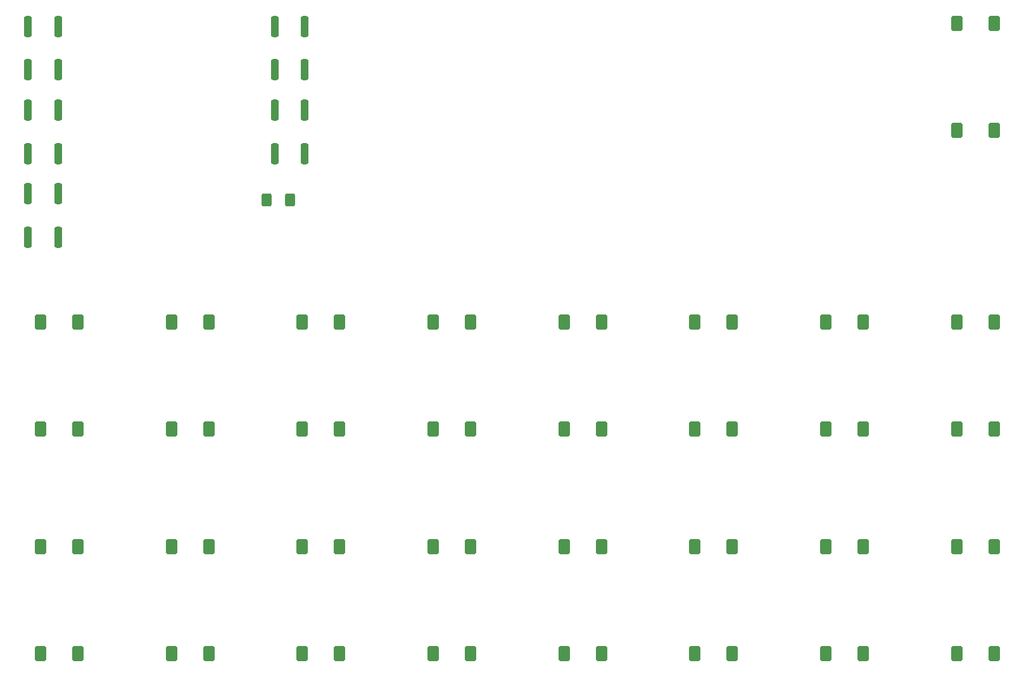
<source format=gbr>
%TF.GenerationSoftware,KiCad,Pcbnew,9.0.3*%
%TF.CreationDate,2026-01-07T19:03:45+01:00*%
%TF.ProjectId,Learning_Numbers,4c656172-6e69-46e6-975f-4e756d626572,rev?*%
%TF.SameCoordinates,Original*%
%TF.FileFunction,Paste,Top*%
%TF.FilePolarity,Positive*%
%FSLAX46Y46*%
G04 Gerber Fmt 4.6, Leading zero omitted, Abs format (unit mm)*
G04 Created by KiCad (PCBNEW 9.0.3) date 2026-01-07 19:03:45*
%MOMM*%
%LPD*%
G01*
G04 APERTURE LIST*
G04 Aperture macros list*
%AMRoundRect*
0 Rectangle with rounded corners*
0 $1 Rounding radius*
0 $2 $3 $4 $5 $6 $7 $8 $9 X,Y pos of 4 corners*
0 Add a 4 corners polygon primitive as box body*
4,1,4,$2,$3,$4,$5,$6,$7,$8,$9,$2,$3,0*
0 Add four circle primitives for the rounded corners*
1,1,$1+$1,$2,$3*
1,1,$1+$1,$4,$5*
1,1,$1+$1,$6,$7*
1,1,$1+$1,$8,$9*
0 Add four rect primitives between the rounded corners*
20,1,$1+$1,$2,$3,$4,$5,0*
20,1,$1+$1,$4,$5,$6,$7,0*
20,1,$1+$1,$6,$7,$8,$9,0*
20,1,$1+$1,$8,$9,$2,$3,0*%
G04 Aperture macros list end*
%ADD10RoundRect,0.250000X0.500000X-0.750000X0.500000X0.750000X-0.500000X0.750000X-0.500000X-0.750000X0*%
%ADD11RoundRect,0.250000X0.250000X-1.150000X0.250000X1.150000X-0.250000X1.150000X-0.250000X-1.150000X0*%
%ADD12RoundRect,0.250000X-0.400000X-0.625000X0.400000X-0.625000X0.400000X0.625000X-0.400000X0.625000X0*%
G04 APERTURE END LIST*
D10*
%TO.C,SW6*%
X128750000Y-125900000D03*
X128750000Y-111600000D03*
X133750000Y-125900000D03*
X133750000Y-111600000D03*
%TD*%
%TO.C,SW7*%
X146250000Y-125900000D03*
X146250000Y-111600000D03*
X151250000Y-125900000D03*
X151250000Y-111600000D03*
%TD*%
%TO.C,SW2*%
X58750000Y-125900000D03*
X58750000Y-111600000D03*
X63750000Y-125900000D03*
X63750000Y-111600000D03*
%TD*%
D11*
%TO.C,SW23*%
X90100000Y-77800000D03*
X90100000Y-72000000D03*
X94100000Y-77800000D03*
X94100000Y-72000000D03*
%TD*%
D10*
%TO.C,SW13*%
X111250000Y-155900000D03*
X111250000Y-141600000D03*
X116250000Y-155900000D03*
X116250000Y-141600000D03*
%TD*%
%TO.C,SW5*%
X111250000Y-125900000D03*
X111250000Y-111600000D03*
X116250000Y-125900000D03*
X116250000Y-111600000D03*
%TD*%
D11*
%TO.C,SW22*%
X90100000Y-89000000D03*
X90100000Y-83200000D03*
X94100000Y-89000000D03*
X94100000Y-83200000D03*
%TD*%
D10*
%TO.C,SW3*%
X76250000Y-125900000D03*
X76250000Y-111600000D03*
X81250000Y-125900000D03*
X81250000Y-111600000D03*
%TD*%
D11*
%TO.C,SW21*%
X57100000Y-100200000D03*
X57100000Y-94400000D03*
X61100000Y-100200000D03*
X61100000Y-94400000D03*
%TD*%
D10*
%TO.C,SW15*%
X146250000Y-155900000D03*
X146250000Y-141600000D03*
X151250000Y-155900000D03*
X151250000Y-141600000D03*
%TD*%
%TO.C,SW11*%
X76250000Y-155900000D03*
X76250000Y-141600000D03*
X81250000Y-155900000D03*
X81250000Y-141600000D03*
%TD*%
%TO.C,SW9*%
X181250000Y-125900000D03*
X181250000Y-111600000D03*
X186250000Y-125900000D03*
X186250000Y-111600000D03*
%TD*%
%TO.C,SW8*%
X163750000Y-125900000D03*
X163750000Y-111600000D03*
X168750000Y-125900000D03*
X168750000Y-111600000D03*
%TD*%
%TO.C,SW16*%
X163750000Y-155900000D03*
X163750000Y-141600000D03*
X168750000Y-155900000D03*
X168750000Y-141600000D03*
%TD*%
%TO.C,SW14*%
X128750000Y-155900000D03*
X128750000Y-141600000D03*
X133750000Y-155900000D03*
X133750000Y-141600000D03*
%TD*%
D11*
%TO.C,SW19*%
X57100000Y-77800000D03*
X57100000Y-72000000D03*
X61100000Y-77800000D03*
X61100000Y-72000000D03*
%TD*%
D10*
%TO.C,SW18*%
X181250000Y-85930000D03*
X181250000Y-71630000D03*
X186250000Y-85930000D03*
X186250000Y-71630000D03*
%TD*%
%TO.C,SW4*%
X93750000Y-125900000D03*
X93750000Y-111600000D03*
X98750000Y-125900000D03*
X98750000Y-111600000D03*
%TD*%
%TO.C,SW10*%
X58750000Y-155900000D03*
X58750000Y-141600000D03*
X63750000Y-155900000D03*
X63750000Y-141600000D03*
%TD*%
%TO.C,SW17*%
X181250000Y-155900000D03*
X181250000Y-141600000D03*
X186250000Y-155900000D03*
X186250000Y-141600000D03*
%TD*%
D12*
%TO.C,R33*%
X89000000Y-95250000D03*
X92100000Y-95250000D03*
%TD*%
D10*
%TO.C,SW12*%
X93750000Y-155900000D03*
X93750000Y-141600000D03*
X98750000Y-155900000D03*
X98750000Y-141600000D03*
%TD*%
D11*
%TO.C,SW20*%
X57100000Y-89000000D03*
X57100000Y-83200000D03*
X61100000Y-89000000D03*
X61100000Y-83200000D03*
%TD*%
M02*

</source>
